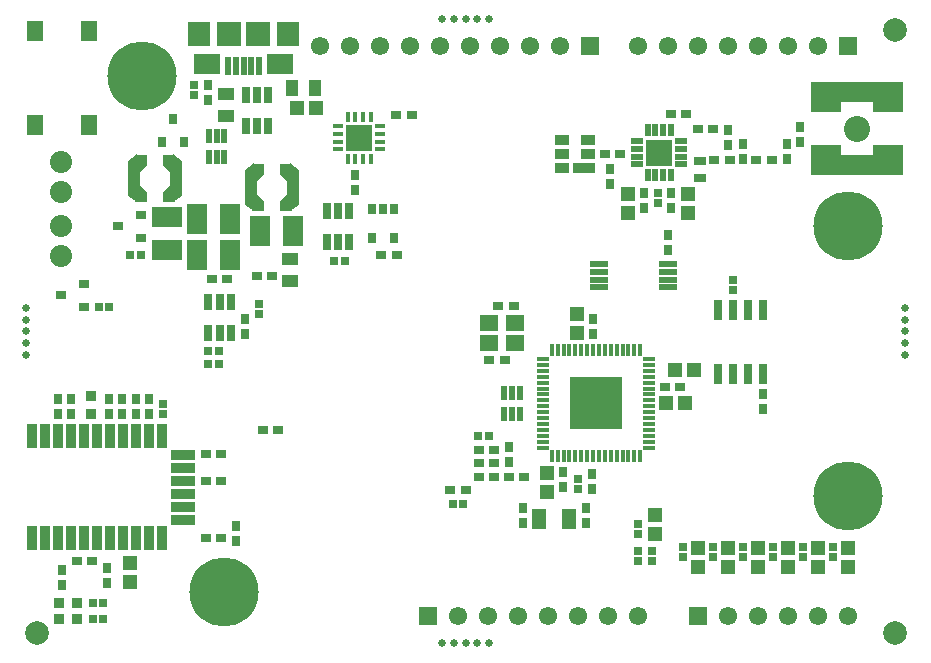
<source format=gts>
G04 (created by PCBNEW (2013-07-07 BZR 4022)-stable) date 10/26/2016 12:18:13 AM*
%MOIN*%
G04 Gerber Fmt 3.4, Leading zero omitted, Abs format*
%FSLAX34Y34*%
G01*
G70*
G90*
G04 APERTURE LIST*
%ADD10C,0.00590551*%
%ADD11R,0.102063X0.102063*%
%ADD12C,0.0867087*%
%ADD13R,0.311512X0.0689921*%
%ADD14C,0.230409*%
%ADD15R,0.0410394X0.0365118*%
%ADD16R,0.040252X0.115843*%
%ADD17R,0.0374961X0.029622*%
%ADD18R,0.0374961X0.0374961*%
%ADD19R,0.0532441X0.0414331*%
%ADD20R,0.0414331X0.0532441*%
%ADD21R,0.0729291X0.0378898*%
%ADD22R,0.0473386X0.0378898*%
%ADD23R,0.0611181X0.0532441*%
%ADD24R,0.0453701X0.0670236*%
%ADD25R,0.0245039X0.0453701*%
%ADD26R,0.0192913X0.0448819*%
%ADD27R,0.0448819X0.0192913*%
%ADD28R,0.0905512X0.0905512*%
%ADD29R,0.0630866X0.0237165*%
%ADD30R,0.0276535X0.0374961*%
%ADD31R,0.029622X0.0670236*%
%ADD32R,0.0304094X0.0540315*%
%ADD33R,0.029622X0.0335591*%
%ADD34R,0.0335591X0.029622*%
%ADD35R,0.029622X0.0374961*%
%ADD36R,0.0314961X0.0295276*%
%ADD37R,0.0453701X0.0453701*%
%ADD38R,0.100488X0.0650551*%
%ADD39R,0.0197795X0.0453701*%
%ADD40R,0.0650551X0.100488*%
%ADD41C,0.025685*%
%ADD42R,0.0571811X0.0670236*%
%ADD43R,0.0295276X0.0314961*%
%ADD44R,0.061X0.061*%
%ADD45C,0.061*%
%ADD46C,0.0787402*%
%ADD47R,0.0374961X0.0170236*%
%ADD48R,0.0170236X0.0374961*%
%ADD49R,0.0886772X0.0886772*%
%ADD50R,0.021748X0.0591496*%
%ADD51R,0.0886772X0.0689921*%
%ADD52R,0.0768661X0.0808031*%
%ADD53R,0.0808031X0.0808031*%
%ADD54R,0.0335591X0.0847402*%
%ADD55R,0.0847402X0.0335591*%
%ADD56R,0.0160236X0.0384646*%
%ADD57R,0.0384646X0.0160236*%
%ADD58R,0.172323X0.172323*%
%ADD59C,0.0737165*%
%ADD60R,0.0394646X0.0306063*%
G04 APERTURE END LIST*
G54D10*
G54D11*
X84252Y-41702D03*
X86347Y-41702D03*
X86347Y-43797D03*
G54D12*
X85300Y-42750D03*
G54D13*
X85300Y-43962D03*
X85300Y-41537D03*
G54D11*
X84252Y-43797D03*
G54D14*
X85000Y-46000D03*
X64200Y-58200D03*
X61450Y-41000D03*
X85000Y-55000D03*
G54D10*
G36*
X65184Y-45495D02*
X64903Y-45279D01*
X64903Y-44120D01*
X65184Y-43904D01*
X65184Y-45495D01*
X65184Y-45495D01*
G37*
G36*
X66415Y-43904D02*
X66696Y-44120D01*
X66696Y-45279D01*
X66415Y-45495D01*
X66415Y-43904D01*
X66415Y-43904D01*
G37*
G54D15*
X65329Y-44086D03*
X65329Y-45313D03*
X66270Y-45313D03*
X66270Y-44086D03*
G54D10*
G36*
X64943Y-44184D02*
X65217Y-43910D01*
X65546Y-44239D01*
X65272Y-44513D01*
X64943Y-44184D01*
X64943Y-44184D01*
G37*
G54D16*
X65105Y-44700D03*
G54D10*
G36*
X65217Y-45489D02*
X64943Y-45215D01*
X65272Y-44886D01*
X65546Y-45160D01*
X65217Y-45489D01*
X65217Y-45489D01*
G37*
G36*
X66327Y-44513D02*
X66053Y-44239D01*
X66382Y-43910D01*
X66656Y-44184D01*
X66327Y-44513D01*
X66327Y-44513D01*
G37*
G36*
X66053Y-45160D02*
X66327Y-44886D01*
X66656Y-45215D01*
X66382Y-45489D01*
X66053Y-45160D01*
X66053Y-45160D01*
G37*
G54D16*
X66494Y-44700D03*
G54D10*
G36*
X61284Y-45195D02*
X61003Y-44979D01*
X61003Y-43820D01*
X61284Y-43604D01*
X61284Y-45195D01*
X61284Y-45195D01*
G37*
G36*
X62515Y-43604D02*
X62796Y-43820D01*
X62796Y-44979D01*
X62515Y-45195D01*
X62515Y-43604D01*
X62515Y-43604D01*
G37*
G54D15*
X61429Y-43786D03*
X61429Y-45013D03*
X62370Y-45013D03*
X62370Y-43786D03*
G54D10*
G36*
X61043Y-43884D02*
X61317Y-43610D01*
X61646Y-43939D01*
X61372Y-44213D01*
X61043Y-43884D01*
X61043Y-43884D01*
G37*
G54D16*
X61205Y-44400D03*
G54D10*
G36*
X61317Y-45189D02*
X61043Y-44915D01*
X61372Y-44586D01*
X61646Y-44860D01*
X61317Y-45189D01*
X61317Y-45189D01*
G37*
G36*
X62427Y-44213D02*
X62153Y-43939D01*
X62482Y-43610D01*
X62756Y-43884D01*
X62427Y-44213D01*
X62427Y-44213D01*
G37*
G36*
X62153Y-44860D02*
X62427Y-44586D01*
X62756Y-44915D01*
X62482Y-45189D01*
X62153Y-44860D01*
X62153Y-44860D01*
G37*
G54D16*
X62594Y-44400D03*
G54D17*
X64105Y-56400D03*
X63598Y-56400D03*
G54D18*
X58704Y-59100D03*
X59295Y-59100D03*
X58704Y-58550D03*
X59295Y-58550D03*
G54D19*
X64250Y-41575D03*
X64250Y-42324D03*
G54D20*
X66475Y-41400D03*
X67224Y-41400D03*
G54D19*
X66400Y-47075D03*
X66400Y-47824D03*
G54D21*
X76195Y-44070D03*
G54D22*
X76323Y-43600D03*
X76323Y-43129D03*
X75476Y-43129D03*
X75476Y-43600D03*
X75476Y-44070D03*
G54D23*
X73016Y-49215D03*
X73016Y-49884D03*
X73883Y-49884D03*
X73883Y-49215D03*
G54D24*
X75711Y-55750D03*
X74688Y-55750D03*
G54D25*
X64205Y-42995D03*
X63950Y-42995D03*
X63694Y-42995D03*
X63694Y-43704D03*
X63950Y-43704D03*
X64205Y-43704D03*
G54D26*
X78316Y-44298D03*
X78572Y-44298D03*
X78827Y-44298D03*
X79083Y-44298D03*
X79083Y-42801D03*
X78827Y-42801D03*
X78572Y-42801D03*
X78316Y-42801D03*
G54D27*
X79448Y-43933D03*
X79448Y-43677D03*
X79448Y-43422D03*
X79448Y-43166D03*
X77951Y-43166D03*
X77951Y-43422D03*
X77951Y-43677D03*
X77951Y-43933D03*
G54D28*
X78700Y-43550D03*
G54D29*
X76688Y-47266D03*
X76688Y-47522D03*
X76688Y-47777D03*
X76688Y-48033D03*
X79011Y-48033D03*
X79011Y-47777D03*
X79011Y-47522D03*
X79011Y-47266D03*
G54D30*
X69874Y-45427D03*
X69500Y-45427D03*
X69125Y-45427D03*
X69125Y-46372D03*
X69874Y-46372D03*
G54D31*
X82150Y-48787D03*
X81650Y-48787D03*
X81150Y-48787D03*
X80650Y-48787D03*
X80650Y-50912D03*
X81150Y-50912D03*
X81650Y-50912D03*
X82150Y-50912D03*
G54D32*
X64424Y-48534D03*
X64050Y-48534D03*
X63675Y-48534D03*
X63675Y-49565D03*
X64050Y-49565D03*
X64424Y-49565D03*
X64925Y-42665D03*
X65300Y-42665D03*
X65674Y-42665D03*
X65674Y-41634D03*
X65300Y-41634D03*
X64925Y-41634D03*
X68374Y-45484D03*
X68000Y-45484D03*
X67625Y-45484D03*
X67625Y-46515D03*
X68000Y-46515D03*
X68374Y-46515D03*
G54D33*
X62125Y-43193D03*
X62874Y-43193D03*
X62500Y-42406D03*
G54D34*
X61443Y-46374D03*
X61443Y-45625D03*
X60656Y-46000D03*
X59543Y-48674D03*
X59543Y-47925D03*
X58756Y-48300D03*
G54D35*
X77050Y-44094D03*
X77050Y-44601D03*
X82950Y-43755D03*
X82950Y-43248D03*
X81500Y-43755D03*
X81500Y-43248D03*
G54D17*
X77405Y-43600D03*
X76898Y-43600D03*
G54D35*
X83400Y-42694D03*
X83400Y-43201D03*
G54D17*
X82455Y-43800D03*
X81948Y-43800D03*
G54D36*
X60032Y-48700D03*
X60367Y-48700D03*
G54D37*
X78935Y-51900D03*
X79564Y-51900D03*
G54D38*
X62300Y-45698D03*
X62300Y-46801D03*
G54D39*
X73544Y-52254D03*
X73800Y-52254D03*
X74055Y-52254D03*
X74055Y-51545D03*
X73800Y-51545D03*
X73544Y-51545D03*
G54D36*
X61082Y-46950D03*
X61417Y-46950D03*
G54D17*
X63794Y-47750D03*
X64301Y-47750D03*
G54D35*
X82150Y-51594D03*
X82150Y-52101D03*
G54D40*
X63298Y-45750D03*
X64401Y-45750D03*
G54D37*
X83000Y-56735D03*
X83000Y-57364D03*
X85000Y-56735D03*
X85000Y-57364D03*
X82000Y-56735D03*
X82000Y-57364D03*
X81000Y-56735D03*
X81000Y-57364D03*
X80000Y-56735D03*
X80000Y-57364D03*
X78550Y-55635D03*
X78550Y-56264D03*
X84000Y-56735D03*
X84000Y-57364D03*
X77650Y-45564D03*
X77650Y-44935D03*
X79650Y-45564D03*
X79650Y-44935D03*
X74950Y-54235D03*
X74950Y-54864D03*
X79235Y-50800D03*
X79864Y-50800D03*
X75950Y-49564D03*
X75950Y-48935D03*
X67264Y-42050D03*
X66635Y-42050D03*
X61050Y-57235D03*
X61050Y-57864D03*
G54D17*
X64105Y-54500D03*
X63598Y-54500D03*
G54D41*
X71856Y-59900D03*
X71462Y-59900D03*
X72250Y-59900D03*
X72643Y-59900D03*
X73037Y-59900D03*
X72643Y-39100D03*
X73037Y-39100D03*
X72250Y-39100D03*
X71856Y-39100D03*
X71462Y-39100D03*
X57600Y-49106D03*
X57600Y-48712D03*
X57600Y-49500D03*
X57600Y-49893D03*
X57600Y-50287D03*
X86900Y-49893D03*
X86900Y-50287D03*
X86900Y-49500D03*
X86900Y-49106D03*
X86900Y-48712D03*
G54D42*
X57914Y-42614D03*
X57914Y-39485D03*
X59685Y-42614D03*
X59685Y-39485D03*
G54D17*
X80505Y-42750D03*
X79998Y-42750D03*
X81055Y-43800D03*
X80548Y-43800D03*
G54D35*
X79000Y-46805D03*
X79000Y-46298D03*
G54D17*
X66005Y-52800D03*
X65498Y-52800D03*
X64105Y-53600D03*
X63598Y-53600D03*
X65805Y-47650D03*
X65298Y-47650D03*
G54D35*
X64900Y-49605D03*
X64900Y-49098D03*
X78200Y-45405D03*
X78200Y-44898D03*
X64600Y-56505D03*
X64600Y-55998D03*
G54D17*
X71744Y-54800D03*
X72251Y-54800D03*
G54D35*
X74150Y-55905D03*
X74150Y-55398D03*
X76250Y-55905D03*
X76250Y-55398D03*
G54D17*
X73044Y-50450D03*
X73551Y-50450D03*
X73855Y-48650D03*
X73348Y-48650D03*
X73205Y-53450D03*
X72698Y-53450D03*
G54D35*
X73700Y-53344D03*
X73700Y-53851D03*
G54D17*
X73205Y-53900D03*
X72698Y-53900D03*
G54D35*
X75500Y-54194D03*
X75500Y-54701D03*
G54D17*
X78894Y-51350D03*
X79401Y-51350D03*
G54D35*
X76500Y-49605D03*
X76500Y-49098D03*
G54D17*
X69955Y-46950D03*
X69448Y-46950D03*
X73205Y-54350D03*
X72698Y-54350D03*
X69944Y-42300D03*
X70451Y-42300D03*
G54D35*
X68550Y-44294D03*
X68550Y-44801D03*
X79100Y-45405D03*
X79100Y-44898D03*
X63650Y-41294D03*
X63650Y-41801D03*
G54D17*
X79605Y-42250D03*
X79098Y-42250D03*
G54D35*
X76450Y-54244D03*
X76450Y-54751D03*
X61700Y-51744D03*
X61700Y-52251D03*
X60350Y-51744D03*
X60350Y-52251D03*
G54D17*
X59294Y-57150D03*
X59801Y-57150D03*
G54D35*
X59100Y-51744D03*
X59100Y-52251D03*
G54D43*
X84500Y-57017D03*
X84500Y-56682D03*
X62150Y-52267D03*
X62150Y-51932D03*
X83500Y-57017D03*
X83500Y-56682D03*
X82500Y-57017D03*
X82500Y-56682D03*
X81500Y-57017D03*
X81500Y-56682D03*
X80500Y-57017D03*
X80500Y-56682D03*
X79500Y-57017D03*
X79500Y-56682D03*
X78000Y-57167D03*
X78000Y-56832D03*
X78450Y-56832D03*
X78450Y-57167D03*
X76000Y-54767D03*
X76000Y-54432D03*
X81150Y-48117D03*
X81150Y-47782D03*
X78650Y-44882D03*
X78650Y-45217D03*
G54D36*
X60167Y-59100D03*
X59832Y-59100D03*
G54D43*
X63200Y-41617D03*
X63200Y-41282D03*
G54D36*
X60167Y-58550D03*
X59832Y-58550D03*
X72167Y-55250D03*
X71832Y-55250D03*
X68217Y-47150D03*
X67882Y-47150D03*
X63682Y-50150D03*
X64017Y-50150D03*
X73017Y-53000D03*
X72682Y-53000D03*
X64017Y-50600D03*
X63682Y-50600D03*
G54D35*
X58650Y-52255D03*
X58650Y-51748D03*
X60300Y-57394D03*
X60300Y-57901D03*
X58800Y-57444D03*
X58800Y-57951D03*
X61250Y-52255D03*
X61250Y-51748D03*
X60800Y-52255D03*
X60800Y-51748D03*
X81000Y-43305D03*
X81000Y-42798D03*
G54D17*
X73694Y-54350D03*
X74201Y-54350D03*
G54D40*
X63298Y-46950D03*
X64401Y-46950D03*
X66501Y-46150D03*
X65398Y-46150D03*
G54D44*
X80000Y-59000D03*
G54D45*
X81000Y-59000D03*
X82000Y-59000D03*
X83000Y-59000D03*
X84000Y-59000D03*
X85000Y-59000D03*
G54D44*
X85000Y-40000D03*
G54D45*
X84000Y-40000D03*
X83000Y-40000D03*
X82000Y-40000D03*
X81000Y-40000D03*
X80000Y-40000D03*
X79000Y-40000D03*
X78000Y-40000D03*
G54D44*
X76400Y-40000D03*
G54D45*
X75400Y-40000D03*
X74400Y-40000D03*
X73400Y-40000D03*
X72400Y-40000D03*
X71400Y-40000D03*
X70400Y-40000D03*
X69400Y-40000D03*
X68400Y-40000D03*
X67400Y-40000D03*
G54D44*
X71000Y-59000D03*
G54D45*
X72000Y-59000D03*
X73000Y-59000D03*
X74000Y-59000D03*
X75000Y-59000D03*
X76000Y-59000D03*
X77000Y-59000D03*
X78000Y-59000D03*
G54D46*
X86550Y-39450D03*
X86550Y-59550D03*
X57950Y-59550D03*
G54D43*
X78000Y-56267D03*
X78000Y-55932D03*
G54D47*
X69408Y-43433D03*
X69408Y-43177D03*
X69408Y-42922D03*
X69408Y-42666D03*
G54D48*
X69083Y-42341D03*
X68827Y-42341D03*
X68572Y-42341D03*
X68316Y-42341D03*
G54D47*
X67991Y-42666D03*
X67991Y-42922D03*
X67991Y-43177D03*
X67991Y-43433D03*
G54D48*
X68316Y-43758D03*
X68572Y-43758D03*
X68827Y-43758D03*
X69083Y-43758D03*
G54D49*
X68700Y-43050D03*
G54D50*
X65361Y-40653D03*
X65105Y-40653D03*
X64850Y-40653D03*
X64594Y-40653D03*
X64338Y-40653D03*
G54D51*
X66070Y-40603D03*
G54D52*
X66346Y-39600D03*
G54D53*
X65322Y-39600D03*
X64377Y-39600D03*
G54D52*
X63353Y-39600D03*
G54D51*
X63629Y-40603D03*
G54D54*
X57801Y-56400D03*
X58234Y-56400D03*
X58667Y-56400D03*
X59100Y-56400D03*
X59533Y-56400D03*
X59966Y-56400D03*
X60400Y-56400D03*
X60833Y-56400D03*
X61266Y-56400D03*
X61699Y-56400D03*
X62132Y-56400D03*
G54D55*
X62840Y-55782D03*
X62840Y-55349D03*
X62840Y-54916D03*
X62840Y-54483D03*
X62840Y-54050D03*
X62840Y-53617D03*
G54D54*
X62132Y-52999D03*
X61699Y-52999D03*
X61266Y-52999D03*
X60833Y-52999D03*
X60400Y-52999D03*
X59966Y-52999D03*
X59533Y-52999D03*
X59100Y-52999D03*
X58667Y-52999D03*
X58234Y-52999D03*
X57801Y-52999D03*
G54D43*
X65350Y-48582D03*
X65350Y-48917D03*
G54D56*
X76501Y-53661D03*
X76304Y-53661D03*
X76107Y-53661D03*
X75911Y-53661D03*
X75714Y-53661D03*
X75517Y-53661D03*
X75320Y-53661D03*
X75123Y-53661D03*
X76698Y-53661D03*
X76895Y-53661D03*
X77092Y-53661D03*
X77288Y-53661D03*
X77485Y-53661D03*
X77682Y-53661D03*
X77879Y-53661D03*
X78076Y-53661D03*
G54D57*
X78361Y-53376D03*
X78361Y-53179D03*
X78361Y-52982D03*
X78361Y-52785D03*
X78361Y-52588D03*
X78361Y-52392D03*
X78361Y-52195D03*
X78361Y-51998D03*
X78361Y-51801D03*
X78361Y-51604D03*
X78361Y-51407D03*
X78361Y-51211D03*
X78361Y-51014D03*
X78361Y-50817D03*
X78361Y-50620D03*
X78361Y-50423D03*
X74838Y-53376D03*
X74838Y-53179D03*
X74838Y-52982D03*
X74838Y-52785D03*
X74838Y-52588D03*
X74838Y-52392D03*
X74838Y-52195D03*
X74838Y-51998D03*
X74838Y-51801D03*
X74838Y-51604D03*
X74838Y-51407D03*
X74838Y-51211D03*
X74838Y-51014D03*
X74838Y-50817D03*
X74838Y-50620D03*
X74838Y-50423D03*
G54D56*
X75123Y-50138D03*
X75320Y-50138D03*
X75517Y-50138D03*
X75714Y-50138D03*
X75911Y-50138D03*
X76107Y-50138D03*
X76304Y-50138D03*
X76501Y-50138D03*
X76698Y-50138D03*
X76895Y-50138D03*
X77092Y-50138D03*
X77288Y-50138D03*
X77485Y-50138D03*
X77682Y-50138D03*
X77879Y-50138D03*
X78076Y-50138D03*
G54D58*
X76600Y-51900D03*
G54D18*
X59750Y-52245D03*
X59750Y-51654D03*
G54D59*
X58750Y-46000D03*
X58750Y-47000D03*
X58750Y-44850D03*
X58750Y-43850D03*
G54D60*
X80050Y-44385D03*
X80050Y-43814D03*
M02*

</source>
